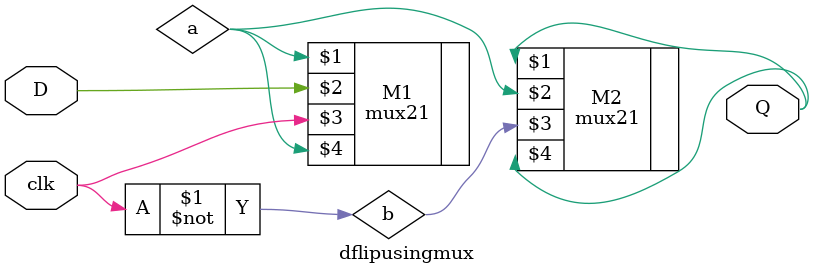
<source format=v>
module dflipusingmux(D,clk,Q);
input D,clk;
output Q;
wire a,b;
assign b=~clk;
mux21 M1(a,D,clk,a);
mux21 M2(Q,a,b,Q);
endmodule
</source>
